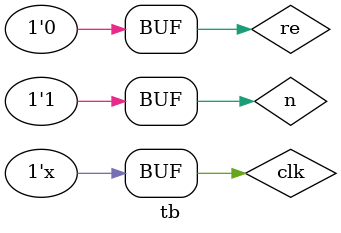
<source format=v>
`timescale 1ns / 1ps

`timescale 1ns / 1ps
//////////////////////////////////////////////////////////////////////////////////
// Company: 
// Engineer: 
// 
// Create Date: 09.02.2025 11:38:05
// Design Name: 
// Module Name: tb
// Project Name: 
// Target Devices: 
// Tool Versions: 
// Description: 
// 
// Dependencies: 
// 
// Revision:
// Revision 0.01 - File Created
// Additional Comments:
// 
//////////////////////////////////////////////////////////////////////////////////


module tb;
reg n,re,clk;
wire out;

pef uut(clk,re,n,out);
always
#0.2 clk=~clk;

initial
begin 
clk=1;
re=1;
#3;
re=0;

#3 n=0;
#3 n=1;
#3 n=1;
#3 n=0;
#3 n=0;
#3 n=0;
#3 n=1;
#3 n=1;
#3 n=1;
#3 n=0;
#3 n=1;
#3 n=0;
#3 n=1;
#3 n=0;
#3 n=0;
#3 n=0;
#3 n=0;
#3 n=0;
#3 n=1;
#3 n=0;
#3 n=0;
#3 n=1;
#3 n=0;
#3 n=1;
#3 n=1;
#3 n=1;
#3 n=1;
#3 n=1;
#3 n=0;
#3 n=1;
#3 n=1;
#3 n=0;
#3 n=1;
#3 n=0;
#3 n=1;



end




endmodule

</source>
